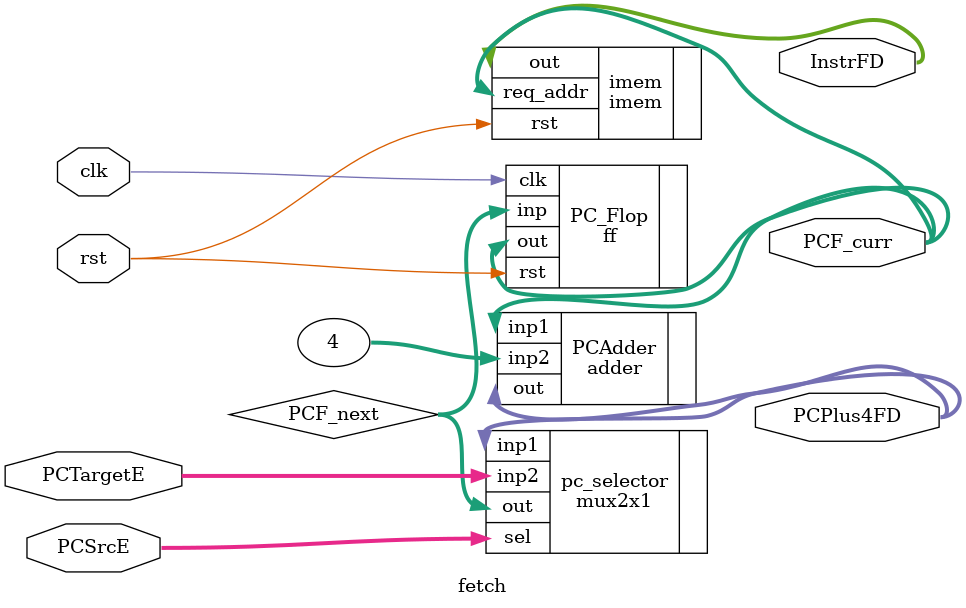
<source format=sv>
module fetch(clk, rst, PCSrcE, PCTargetE, PCF_curr, PCPlus4FD, InstrFD);
    input  logic clk;
    input  logic rst;
    input  logic [31: 0] PCSrcE;
    input  logic [31: 0] PCTargetE;
    output logic [31: 0] PCF_curr;
    output logic [31: 0] PCPlus4FD;
    output logic [31: 0] InstrFD;

    //interal signals
    logic [31: 0] PCF_next;

    //mux instance
    mux2x1 pc_selector(
        .inp1(PCPlus4FD),
        .inp2(PCTargetE),
        .sel(PCSrcE),
        .out(PCF_next)
        );

    //PC flop instance
    ff PC_Flop(
        .clk(clk),
        .rst(rst),
        .inp(PCF_next),
        .out(PCF_curr)
    );

    //instruction memory instance
    imem imem(
        .rst(rst),
        .req_addr(PCF_curr),
        .out(InstrFD)
    );

    //PC Adder Instance
    adder PCAdder(
        .inp1(PCF_curr),
        .inp2(32'h4),
        .out(PCPlus4FD)
    );

endmodule
</source>
